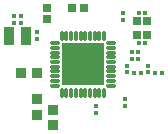
<source format=gts>
G04*
G04 #@! TF.GenerationSoftware,Altium Limited,Altium Designer,19.0.15 (446)*
G04*
G04 Layer_Color=8388736*
%FSLAX24Y24*%
%MOIN*%
G70*
G01*
G75*
%ADD28R,0.0146X0.0157*%
%ADD29R,0.0166X0.0178*%
%ADD30R,0.0178X0.0166*%
%ADD31R,0.0277X0.0316*%
%ADD32R,0.0296X0.0257*%
%ADD33R,0.0355X0.0611*%
%ADD34R,0.0355X0.0375*%
%ADD35R,0.0257X0.0296*%
%ADD36R,0.0375X0.0355*%
%ADD37R,0.1438X0.1438*%
%ADD38O,0.0139X0.0395*%
%ADD39O,0.0395X0.0139*%
%ADD40C,0.0300*%
D28*
X1852Y185D02*
D03*
X1628D02*
D03*
D29*
X1852Y415D02*
D03*
X1628D02*
D03*
X1858Y715D02*
D03*
X2082D02*
D03*
X2082Y1715D02*
D03*
X1858D02*
D03*
X2408Y-276D02*
D03*
X2632D02*
D03*
X1699D02*
D03*
X1923D02*
D03*
D30*
X1339Y1697D02*
D03*
Y1472D02*
D03*
X423Y-1608D02*
D03*
Y-1384D02*
D03*
X1417Y-1372D02*
D03*
Y-1148D02*
D03*
X-1516Y1067D02*
D03*
Y843D02*
D03*
X1457Y-270D02*
D03*
Y-45D02*
D03*
X-2283Y1608D02*
D03*
Y1384D02*
D03*
X-2047Y1608D02*
D03*
Y1384D02*
D03*
X2165Y-270D02*
D03*
Y-45D02*
D03*
D31*
X1803Y979D02*
D03*
X2137D02*
D03*
Y1431D02*
D03*
X1803Y1431D02*
D03*
D32*
X29Y1876D02*
D03*
X-364D02*
D03*
D33*
X-1880Y945D02*
D03*
X-2451D02*
D03*
D34*
X-1545Y-276D02*
D03*
X-2077D02*
D03*
D35*
X-1181Y1890D02*
D03*
Y1496D02*
D03*
D36*
X-1535Y-1152D02*
D03*
Y-1683D02*
D03*
X-984Y-1506D02*
D03*
Y-2037D02*
D03*
D37*
X0Y0D02*
D03*
D38*
X-709Y945D02*
D03*
X-551D02*
D03*
X-394D02*
D03*
X-236D02*
D03*
X-79D02*
D03*
X79D02*
D03*
X236D02*
D03*
X394D02*
D03*
X551D02*
D03*
X709D02*
D03*
Y-945D02*
D03*
X551D02*
D03*
X394D02*
D03*
X236D02*
D03*
X79D02*
D03*
X-79D02*
D03*
X-236D02*
D03*
X-394D02*
D03*
X-551D02*
D03*
X-709D02*
D03*
D39*
X945Y709D02*
D03*
Y551D02*
D03*
Y394D02*
D03*
Y236D02*
D03*
Y79D02*
D03*
Y-79D02*
D03*
Y-236D02*
D03*
Y-394D02*
D03*
Y-551D02*
D03*
Y-709D02*
D03*
X-945D02*
D03*
Y-551D02*
D03*
Y-394D02*
D03*
Y-236D02*
D03*
Y-79D02*
D03*
Y79D02*
D03*
Y236D02*
D03*
Y394D02*
D03*
Y551D02*
D03*
Y709D02*
D03*
D40*
X433Y-433D02*
D03*
X0D02*
D03*
X-433D02*
D03*
X433Y0D02*
D03*
X0D02*
D03*
X-433D02*
D03*
X433Y433D02*
D03*
X0D02*
D03*
X-433D02*
D03*
M02*

</source>
